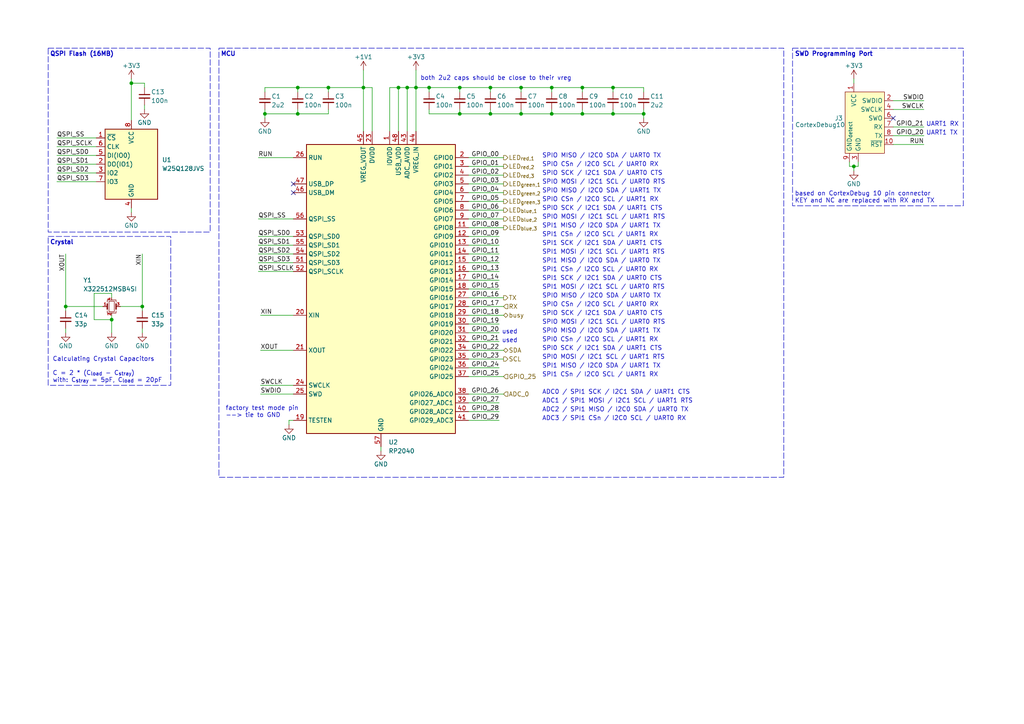
<source format=kicad_sch>
(kicad_sch (version 20231120) (generator "eeschema") (generator_version "8.0")
  (paper "A4")
  (title_block (rev "1.0"))
  (lib_symbols
    (symbol "Device:C_Small" (pin_numbers hide) (pin_names (offset 0.254) hide)
      (property "Reference" "C" (at 0.254 1.778 0))
      (property "Value" "C_Small" (at 0.254 -2.032 0))
      (symbol "C_Small_0_1"
        (polyline (pts (xy -1.524 -0.508) (xy 1.524 -0.508)) (stroke (width 0.3302)))
        (polyline (pts (xy -1.524 0.508) (xy 1.524 0.508)) (stroke (width 0.3048)))
      )
      (symbol "C_Small_1_1"
        (pin passive line (at 0 2.54 270) (length 2.032) (name "~") (number "1"))
        (pin passive line (at 0 -2.54 90) (length 2.032) (name "~") (number "2"))
      )
    )
    (symbol "Device:Crystal_GND24_Small" (pin_names (offset 1.016) hide)
      (property "Reference" "Y" (at 1.27 4.445 0))
      (property "Value" "Crystal_GND24_Small" (at 1.27 2.54 0))
      (symbol "Crystal_GND24_Small_0_1"
        (rectangle (start -0.762 -1.524) (end 0.762 1.524))
        (polyline (pts (xy -1.27 -0.762) (xy -1.27 0.762)) (stroke (width 0.381)))
        (polyline (pts (xy 1.27 -0.762) (xy 1.27 0.762)) (stroke (width 0.381)))
        (polyline (pts (xy -1.27 -1.27) (xy -1.27 -1.905) (xy 1.27 -1.905) (xy 1.27 -1.27)))
        (polyline (pts (xy -1.27 1.27) (xy -1.27 1.905) (xy 1.27 1.905) (xy 1.27 1.27)))
      )
      (symbol "Crystal_GND24_Small_1_1"
        (pin passive line (at -2.54 0 0) (length 1.27) (name "1") (number "1"))
        (pin passive line (at 0 -2.54 90) (length 0.635) (name "2") (number "2"))
        (pin passive line (at 2.54 0 180) (length 1.27) (name "3") (number "3"))
        (pin passive line (at 0 2.54 270) (length 0.635) (name "4") (number "4"))
      )
    )
    (symbol "MCU_RaspberryPi:RP2040"
      (property "Reference" "U" (at 17.78 45.72 0))
      (property "Value" "RP2040" (at 17.78 43.18 0))
      (symbol "RP2040_0_1"
        (rectangle (start -21.59 41.91) (end 21.59 -41.91) (stroke (width 0.254)) (fill (type background)))
      )
      (symbol "RP2040_1_1"
        (pin power_in line (at 2.54 45.72 270) (length 3.81) (name "IOVDD") (number "1"))
        (pin passive line (at 2.54 45.72 270) (length 3.81) hide (name "IOVDD") (number "10"))
        (pin bidirectional line (at 25.4 17.78 180) (length 3.81) (name "GPIO8") (number "11"))
        (pin bidirectional line (at 25.4 15.24 180) (length 3.81) (name "GPIO9") (number "12"))
        (pin bidirectional line (at 25.4 12.7 180) (length 3.81) (name "GPIO10") (number "13"))
        (pin bidirectional line (at 25.4 10.16 180) (length 3.81) (name "GPIO11") (number "14"))
        (pin bidirectional line (at 25.4 7.62 180) (length 3.81) (name "GPIO12") (number "15"))
        (pin bidirectional line (at 25.4 5.08 180) (length 3.81) (name "GPIO13") (number "16"))
        (pin bidirectional line (at 25.4 2.54 180) (length 3.81) (name "GPIO14") (number "17"))
        (pin bidirectional line (at 25.4 0 180) (length 3.81) (name "GPIO15") (number "18"))
        (pin input line (at -25.4 -38.1 0) (length 3.81) (name "TESTEN") (number "19"))
        (pin bidirectional line (at 25.4 38.1 180) (length 3.81) (name "GPIO0") (number "2"))
        (pin input line (at -25.4 -7.62 0) (length 3.81) (name "XIN") (number "20"))
        (pin passive line (at -25.4 -17.78 0) (length 3.81) (name "XOUT") (number "21"))
        (pin passive line (at 2.54 45.72 270) (length 3.81) hide (name "IOVDD") (number "22"))
        (pin power_in line (at -2.54 45.72 270) (length 3.81) (name "DVDD") (number "23"))
        (pin input line (at -25.4 -27.94 0) (length 3.81) (name "SWCLK") (number "24"))
        (pin bidirectional line (at -25.4 -30.48 0) (length 3.81) (name "SWD") (number "25"))
        (pin input line (at -25.4 38.1 0) (length 3.81) (name "RUN") (number "26"))
        (pin bidirectional line (at 25.4 -2.54 180) (length 3.81) (name "GPIO16") (number "27"))
        (pin bidirectional line (at 25.4 -5.08 180) (length 3.81) (name "GPIO17") (number "28"))
        (pin bidirectional line (at 25.4 -7.62 180) (length 3.81) (name "GPIO18") (number "29"))
        (pin bidirectional line (at 25.4 35.56 180) (length 3.81) (name "GPIO1") (number "3"))
        (pin bidirectional line (at 25.4 -10.16 180) (length 3.81) (name "GPIO19") (number "30"))
        (pin bidirectional line (at 25.4 -12.7 180) (length 3.81) (name "GPIO20") (number "31"))
        (pin bidirectional line (at 25.4 -15.24 180) (length 3.81) (name "GPIO21") (number "32"))
        (pin passive line (at 2.54 45.72 270) (length 3.81) hide (name "IOVDD") (number "33"))
        (pin bidirectional line (at 25.4 -17.78 180) (length 3.81) (name "GPIO22") (number "34"))
        (pin bidirectional line (at 25.4 -20.32 180) (length 3.81) (name "GPIO23") (number "35"))
        (pin bidirectional line (at 25.4 -22.86 180) (length 3.81) (name "GPIO24") (number "36"))
        (pin bidirectional line (at 25.4 -25.4 180) (length 3.81) (name "GPIO25") (number "37"))
        (pin bidirectional line (at 25.4 -30.48 180) (length 3.81) (name "GPIO26_ADC0") (number "38"))
        (pin bidirectional line (at 25.4 -33.02 180) (length 3.81) (name "GPIO27_ADC1") (number "39"))
        (pin bidirectional line (at 25.4 33.02 180) (length 3.81) (name "GPIO2") (number "4"))
        (pin bidirectional line (at 25.4 -35.56 180) (length 3.81) (name "GPIO28_ADC2") (number "40"))
        (pin bidirectional line (at 25.4 -38.1 180) (length 3.81) (name "GPIO29_ADC3") (number "41"))
        (pin passive line (at 2.54 45.72 270) (length 3.81) hide (name "IOVDD") (number "42"))
        (pin power_in line (at 7.62 45.72 270) (length 3.81) (name "ADC_AVDD") (number "43"))
        (pin power_in line (at 10.16 45.72 270) (length 3.81) (name "VREG_IN") (number "44"))
        (pin power_out line (at -5.08 45.72 270) (length 3.81) (name "VREG_VOUT") (number "45"))
        (pin bidirectional line (at -25.4 27.94 0) (length 3.81) (name "USB_DM") (number "46"))
        (pin bidirectional line (at -25.4 30.48 0) (length 3.81) (name "USB_DP") (number "47"))
        (pin power_in line (at 5.08 45.72 270) (length 3.81) (name "USB_VDD") (number "48"))
        (pin passive line (at 2.54 45.72 270) (length 3.81) hide (name "IOVDD") (number "49"))
        (pin bidirectional line (at 25.4 30.48 180) (length 3.81) (name "GPIO3") (number "5"))
        (pin passive line (at -2.54 45.72 270) (length 3.81) hide (name "DVDD") (number "50"))
        (pin bidirectional line (at -25.4 7.62 0) (length 3.81) (name "QSPI_SD3") (number "51"))
        (pin output line (at -25.4 5.08 0) (length 3.81) (name "QSPI_SCLK") (number "52"))
        (pin bidirectional line (at -25.4 15.24 0) (length 3.81) (name "QSPI_SD0") (number "53"))
        (pin bidirectional line (at -25.4 10.16 0) (length 3.81) (name "QSPI_SD2") (number "54"))
        (pin bidirectional line (at -25.4 12.7 0) (length 3.81) (name "QSPI_SD1") (number "55"))
        (pin bidirectional line (at -25.4 20.32 0) (length 3.81) (name "QSPI_SS") (number "56"))
        (pin power_in line (at 0 -45.72 90) (length 3.81) (name "GND") (number "57"))
        (pin bidirectional line (at 25.4 27.94 180) (length 3.81) (name "GPIO4") (number "6"))
        (pin bidirectional line (at 25.4 25.4 180) (length 3.81) (name "GPIO5") (number "7"))
        (pin bidirectional line (at 25.4 22.86 180) (length 3.81) (name "GPIO6") (number "8"))
        (pin bidirectional line (at 25.4 20.32 180) (length 3.81) (name "GPIO7") (number "9"))
      )
    )
    (symbol "Memory_Flash:W25Q128JVS"
      (property "Reference" "U" (at -8.89 8.89 0))
      (property "Value" "W25Q128JVS" (at 7.62 8.89 0))
      (symbol "W25Q128JVS_0_1"
        (rectangle (start -7.62 10.16) (end 7.62 -10.16) (stroke (width 0.254)) (fill (type background)))
      )
      (symbol "W25Q128JVS_1_1"
        (pin input line (at -10.16 7.62 0) (length 2.54) (name "~{CS}") (number "1"))
        (pin bidirectional line (at -10.16 0 0) (length 2.54) (name "DO(IO1)") (number "2"))
        (pin bidirectional line (at -10.16 -2.54 0) (length 2.54) (name "IO2") (number "3"))
        (pin power_in line (at 0 -12.7 90) (length 2.54) (name "GND") (number "4"))
        (pin bidirectional line (at -10.16 2.54 0) (length 2.54) (name "DI(IO0)") (number "5"))
        (pin input line (at -10.16 5.08 0) (length 2.54) (name "CLK") (number "6"))
        (pin bidirectional line (at -10.16 -5.08 0) (length 2.54) (name "IO3") (number "7"))
        (pin power_in line (at 0 12.7 270) (length 2.54) (name "VCC") (number "8"))
      )
    )
    (symbol "TimGollLib:CortexDebug10"
      (property "Reference" "J" (at 1.27 12.7 0))
      (property "Value" "CortexDebug10" (at 1.27 10.16 0))
      (symbol "CortexDebug10_1_1"
        (rectangle (start -2.54 8.89) (end 8.89 -8.89) (fill (type background)))
        (pin input line (at 0 11.43 270) (length 2.54) (name "VCC") (number "1"))
        (pin input line (at 11.43 -6.35 180) (length 2.54) (name "~{RST}") (number "10"))
        (pin input line (at 11.43 6.35 180) (length 2.54) (name "SWDIO") (number "2"))
        (pin input line (at 1.27 -11.43 90) (length 2.54) (name "GND") (number "3"))
        (pin input line (at 11.43 3.81 180) (length 2.54) (name "SWCLK") (number "4"))
        (pin input line (at 1.27 -11.43 90) (length 2.54) hide (name "GND") (number "5"))
        (pin input line (at 11.43 1.27 180) (length 2.54) (name "SWO") (number "6"))
        (pin input line (at 11.43 -1.27 180) (length 2.54) (name "RX") (number "7"))
        (pin input line (at 11.43 -3.81 180) (length 2.54) (name "TX") (number "8"))
        (pin input line (at -1.27 -11.43 90) (length 2.54) (name "GND_{detect}") (number "9"))
      )
    )
    (symbol "power:+1V1" (power) (pin_names (offset 0))
      (property "Value" "+1V1" (at 0 3.556 0))
      (symbol "+1V1_0_1"
        (polyline (pts (xy -0.762 1.27) (xy 0 2.54)))
        (polyline (pts (xy 0 0) (xy 0 2.54)))
        (polyline (pts (xy 0 2.54) (xy 0.762 1.27)))
      )
      (symbol "+1V1_1_1"
        (pin power_in line (at 0 0 90) (length 0) hide (name "+1V1") (number "1"))
      )
    )
    (symbol "power:+3V3" (power) (pin_names (offset 0))
      (property "Value" "+3V3" (at 0 3.556 0))
      (symbol "+3V3_0_1"
        (polyline (pts (xy -0.762 1.27) (xy 0 2.54)))
        (polyline (pts (xy 0 0) (xy 0 2.54)))
        (polyline (pts (xy 0 2.54) (xy 0.762 1.27)))
      )
      (symbol "+3V3_1_1"
        (pin power_in line (at 0 0 90) (length 0) hide (name "+3V3") (number "1"))
      )
    )
    (symbol "power:GND" (power) (pin_names (offset 0))
      (property "Value" "GND" (at 0 -3.81 0))
      (symbol "GND_0_1"
        (polyline (pts (xy 0 0) (xy 0 -1.27) (xy 1.27 -1.27) (xy 0 -2.54) (xy -1.27 -1.27) (xy 0 -1.27)))
      )
      (symbol "GND_1_1"
        (pin power_in line (at 0 0 270) (length 0) hide (name "GND") (number "1"))
      )
    )
  )
  (junction (at 142.24 25.4))
  (junction (at 247.65 48.26))
  (junction (at 168.91 25.4))
  (junction (at 115.57 25.4))
  (junction (at 118.11 25.4))
  (junction (at 86.36 25.4))
  (junction (at 186.69 33.02))
  (junction (at 168.91 33.02))
  (junction (at 86.36 33.02))
  (junction (at 76.835 33.02))
  (junction (at 177.8 25.4))
  (junction (at 177.8 33.02))
  (junction (at 120.65 25.4))
  (junction (at 133.35 33.02))
  (junction (at 160.02 25.4))
  (junction (at 41.275 88.9))
  (junction (at 151.13 33.02))
  (junction (at 142.24 33.02))
  (junction (at 19.05 88.9))
  (junction (at 160.02 33.02))
  (junction (at 32.385 92.71))
  (junction (at 105.41 25.4))
  (junction (at 38.1 24.13))
  (junction (at 151.13 25.4))
  (junction (at 95.25 25.4))
  (junction (at 124.46 25.4))
  (junction (at 133.35 25.4))
  (no_connect (at 85.09 53.34))
  (no_connect (at 259.08 34.29))
  (no_connect (at 85.09 55.88))
  (wire (pts (xy 168.91 33.02) (xy 177.8 33.02)))
  (wire (pts (xy 135.89 109.22) (xy 146.05 109.22)))
  (wire (pts (xy 247.65 49.53) (xy 247.65 48.26)))
  (wire (pts (xy 19.05 88.9) (xy 19.05 90.17)))
  (wire (pts (xy 32.385 85.09) (xy 32.385 86.36)))
  (wire (pts (xy 186.69 31.75) (xy 186.69 33.02)))
  (wire (pts (xy 135.89 114.3) (xy 146.05 114.3)))
  (wire (pts (xy 160.02 25.4) (xy 168.91 25.4)))
  (wire (pts (xy 247.65 48.26) (xy 246.38 48.26)))
  (wire (pts (xy 110.49 129.54) (xy 110.49 130.81)))
  (wire (pts (xy 186.69 33.02) (xy 186.69 34.29)))
  (wire (pts (xy 124.46 25.4) (xy 133.35 25.4)))
  (wire (pts (xy 34.925 88.9) (xy 41.275 88.9)))
  (wire (pts (xy 74.93 78.74) (xy 85.09 78.74)))
  (wire (pts (xy 32.385 85.09) (xy 27.305 85.09)))
  (wire (pts (xy 75.565 101.6) (xy 85.09 101.6)))
  (wire (pts (xy 135.89 60.96) (xy 146.05 60.96)))
  (wire (pts (xy 76.835 25.4) (xy 86.36 25.4)))
  (wire (pts (xy 248.92 46.99) (xy 248.92 48.26)))
  (wire (pts (xy 160.02 25.4) (xy 160.02 26.67)))
  (wire (pts (xy 16.51 45.085) (xy 27.94 45.085)))
  (wire (pts (xy 267.97 31.75) (xy 259.08 31.75)))
  (wire (pts (xy 29.845 88.9) (xy 19.05 88.9)))
  (wire (pts (xy 41.91 30.48) (xy 41.91 31.75)))
  (wire (pts (xy 248.92 48.26) (xy 247.65 48.26)))
  (wire (pts (xy 86.36 33.02) (xy 76.835 33.02)))
  (wire (pts (xy 95.25 25.4) (xy 105.41 25.4)))
  (wire (pts (xy 105.41 25.4) (xy 105.41 38.1)))
  (wire (pts (xy 151.13 31.75) (xy 151.13 33.02)))
  (wire (pts (xy 32.385 91.44) (xy 32.385 92.71)))
  (wire (pts (xy 16.51 47.625) (xy 27.94 47.625)))
  (wire (pts (xy 135.89 106.68) (xy 144.78 106.68)))
  (wire (pts (xy 135.89 45.72) (xy 146.05 45.72)))
  (wire (pts (xy 186.69 26.67) (xy 186.69 25.4)))
  (wire (pts (xy 83.82 121.92) (xy 83.82 123.19)))
  (wire (pts (xy 41.275 88.9) (xy 41.275 90.17)))
  (wire (pts (xy 16.51 52.705) (xy 27.94 52.705)))
  (wire (pts (xy 105.41 20.32) (xy 105.41 25.4)))
  (wire (pts (xy 135.89 86.36) (xy 146.05 86.36)))
  (wire (pts (xy 27.305 85.09) (xy 27.305 92.71)))
  (wire (pts (xy 135.89 121.92) (xy 144.78 121.92)))
  (wire (pts (xy 41.275 95.25) (xy 41.275 96.52)))
  (wire (pts (xy 118.11 25.4) (xy 118.11 38.1)))
  (wire (pts (xy 168.91 31.75) (xy 168.91 33.02)))
  (wire (pts (xy 124.46 25.4) (xy 124.46 26.67)))
  (wire (pts (xy 120.65 25.4) (xy 120.65 38.1)))
  (wire (pts (xy 135.89 93.98) (xy 144.78 93.98)))
  (wire (pts (xy 135.89 48.26) (xy 146.05 48.26)))
  (wire (pts (xy 135.89 55.88) (xy 146.05 55.88)))
  (wire (pts (xy 133.35 33.02) (xy 142.24 33.02)))
  (wire (pts (xy 133.35 25.4) (xy 133.35 26.67)))
  (wire (pts (xy 38.1 22.86) (xy 38.1 24.13)))
  (wire (pts (xy 120.65 25.4) (xy 124.46 25.4)))
  (wire (pts (xy 85.09 121.92) (xy 83.82 121.92)))
  (wire (pts (xy 168.91 25.4) (xy 168.91 26.67)))
  (wire (pts (xy 133.35 25.4) (xy 142.24 25.4)))
  (wire (pts (xy 142.24 25.4) (xy 142.24 26.67)))
  (wire (pts (xy 135.89 91.44) (xy 146.05 91.44)))
  (wire (pts (xy 160.02 31.75) (xy 160.02 33.02)))
  (wire (pts (xy 27.305 92.71) (xy 32.385 92.71)))
  (wire (pts (xy 267.97 29.21) (xy 259.08 29.21)))
  (wire (pts (xy 113.03 25.4) (xy 113.03 38.1)))
  (wire (pts (xy 120.65 20.32) (xy 120.65 25.4)))
  (wire (pts (xy 86.36 25.4) (xy 95.25 25.4)))
  (wire (pts (xy 38.1 60.325) (xy 38.1 61.595)))
  (wire (pts (xy 124.46 31.75) (xy 124.46 33.02)))
  (wire (pts (xy 142.24 31.75) (xy 142.24 33.02)))
  (wire (pts (xy 135.89 83.82) (xy 144.78 83.82)))
  (wire (pts (xy 142.24 33.02) (xy 151.13 33.02)))
  (wire (pts (xy 177.8 31.75) (xy 177.8 33.02)))
  (wire (pts (xy 74.93 45.72) (xy 85.09 45.72)))
  (wire (pts (xy 135.89 66.04) (xy 146.05 66.04)))
  (wire (pts (xy 118.11 25.4) (xy 120.65 25.4)))
  (wire (pts (xy 86.36 25.4) (xy 86.36 26.67)))
  (wire (pts (xy 135.89 78.74) (xy 144.78 78.74)))
  (wire (pts (xy 76.835 26.67) (xy 76.835 25.4)))
  (wire (pts (xy 16.51 50.165) (xy 27.94 50.165)))
  (wire (pts (xy 74.93 71.12) (xy 85.09 71.12)))
  (wire (pts (xy 75.565 114.3) (xy 85.09 114.3)))
  (wire (pts (xy 75.565 111.76) (xy 85.09 111.76)))
  (wire (pts (xy 16.51 42.545) (xy 27.94 42.545)))
  (wire (pts (xy 135.89 99.06) (xy 144.78 99.06)))
  (wire (pts (xy 115.57 25.4) (xy 115.57 38.1)))
  (wire (pts (xy 76.835 33.02) (xy 76.835 34.29)))
  (wire (pts (xy 133.35 31.75) (xy 133.35 33.02)))
  (wire (pts (xy 135.89 96.52) (xy 144.78 96.52)))
  (wire (pts (xy 74.93 63.5) (xy 85.09 63.5)))
  (wire (pts (xy 151.13 25.4) (xy 160.02 25.4)))
  (wire (pts (xy 177.8 25.4) (xy 177.8 26.67)))
  (wire (pts (xy 151.13 33.02) (xy 160.02 33.02)))
  (wire (pts (xy 135.89 63.5) (xy 146.05 63.5)))
  (wire (pts (xy 16.51 40.005) (xy 27.94 40.005)))
  (wire (pts (xy 259.08 39.37) (xy 267.97 39.37)))
  (wire (pts (xy 135.89 88.9) (xy 146.05 88.9)))
  (wire (pts (xy 95.25 31.75) (xy 95.25 33.02)))
  (wire (pts (xy 124.46 33.02) (xy 133.35 33.02)))
  (wire (pts (xy 135.89 68.58) (xy 144.78 68.58)))
  (wire (pts (xy 74.93 73.66) (xy 85.09 73.66)))
  (wire (pts (xy 74.93 68.58) (xy 85.09 68.58)))
  (wire (pts (xy 168.91 25.4) (xy 177.8 25.4)))
  (wire (pts (xy 32.385 92.71) (xy 32.385 96.52)))
  (wire (pts (xy 115.57 25.4) (xy 118.11 25.4)))
  (wire (pts (xy 135.89 81.28) (xy 144.78 81.28)))
  (wire (pts (xy 259.08 36.83) (xy 267.97 36.83)))
  (wire (pts (xy 135.89 119.38) (xy 144.78 119.38)))
  (wire (pts (xy 135.89 71.12) (xy 144.78 71.12)))
  (wire (pts (xy 267.97 41.91) (xy 259.08 41.91)))
  (wire (pts (xy 75.565 91.44) (xy 85.09 91.44)))
  (wire (pts (xy 151.13 25.4) (xy 151.13 26.67)))
  (wire (pts (xy 95.25 33.02) (xy 86.36 33.02)))
  (wire (pts (xy 135.89 116.84) (xy 144.78 116.84)))
  (wire (pts (xy 135.89 53.34) (xy 146.05 53.34)))
  (wire (pts (xy 38.1 34.925) (xy 38.1 24.13)))
  (wire (pts (xy 135.89 76.2) (xy 144.78 76.2)))
  (wire (pts (xy 86.36 31.75) (xy 86.36 33.02)))
  (wire (pts (xy 95.25 25.4) (xy 95.25 26.67)))
  (wire (pts (xy 107.95 25.4) (xy 107.95 38.1)))
  (wire (pts (xy 135.89 58.42) (xy 146.05 58.42)))
  (wire (pts (xy 177.8 33.02) (xy 186.69 33.02)))
  (wire (pts (xy 135.89 73.66) (xy 144.78 73.66)))
  (wire (pts (xy 135.89 101.6) (xy 146.05 101.6)))
  (wire (pts (xy 41.275 73.66) (xy 41.275 88.9)))
  (wire (pts (xy 19.05 95.25) (xy 19.05 96.52)))
  (wire (pts (xy 247.65 22.86) (xy 247.65 24.13)))
  (wire (pts (xy 177.8 25.4) (xy 186.69 25.4)))
  (wire (pts (xy 113.03 25.4) (xy 115.57 25.4)))
  (wire (pts (xy 135.89 104.14) (xy 146.05 104.14)))
  (wire (pts (xy 142.24 25.4) (xy 151.13 25.4)))
  (wire (pts (xy 74.93 76.2) (xy 85.09 76.2)))
  (wire (pts (xy 19.05 73.66) (xy 19.05 88.9)))
  (wire (pts (xy 246.38 48.26) (xy 246.38 46.99)))
  (wire (pts (xy 38.1 24.13) (xy 41.91 24.13)))
  (wire (pts (xy 105.41 25.4) (xy 107.95 25.4)))
  (wire (pts (xy 76.835 31.75) (xy 76.835 33.02)))
  (wire (pts (xy 160.02 33.02) (xy 168.91 33.02)))
  (wire (pts (xy 135.89 50.8) (xy 146.05 50.8)))
  (wire (pts (xy 41.91 24.13) (xy 41.91 25.4)))
  (rectangle (start 229.87 13.97) (end 279.4 59.69) (stroke (width 0) (type dash)))
  (rectangle (start 13.97 68.58) (end 49.53 111.76) (stroke (width 0) (type dash)))
  (rectangle (start 63.5 13.97) (end 227.33 138.43) (stroke (width 0) (type dash)))
  (rectangle (start 13.97 13.97) (end 60.96 67.31) (stroke (width 0) (type dash)))
  (text "SPI1 SCK / I2C1 SDA / UART0 CTS" (at 157.226 81.534 0) (effects (font (size 1.27 1.27)) (justify left bottom)))
  (text "SPIO CSn / I2C0 SCL / UART1 RX" (at 157.226 58.674 0) (effects (font (size 1.27 1.27)) (justify left bottom)))
  (text "SPI1 MISO / I2C0 SDA / UART1 TX" (at 157.226 66.294 0) (effects (font (size 1.27 1.27)) (justify left bottom)))
  (text "SPI1 CSn / I2C0 SCL / UART0 RX" (at 157.226 78.994 0) (effects (font (size 1.27 1.27)) (justify left bottom)))
  (text "SPI0 SCK / I2C1 SDA / UART1 CTS" (at 157.226 101.854 0) (effects (font (size 1.27 1.27)) (justify left bottom)))
  (text "SPI0 MOSI / I2C1 SCL / UART1 RTS" (at 157.226 104.394 0) (effects (font (size 1.27 1.27)) (justify left bottom)))
  (text "SPIO MOSI / I2C1 SCL / UART1 RTS" (at 157.226 63.754 0) (effects (font (size 1.27 1.27)) (justify left bottom)))
  (text "SPIO CSn / I2C0 SCL / UART0 RX" (at 157.226 48.514 0) (effects (font (size 1.27 1.27)) (justify left bottom)))
  (text "SPI1 SCK / I2C1 SDA / UART1 CTS" (at 157.226 71.374 0) (effects (font (size 1.27 1.27)) (justify left bottom)))
  (text "SPIO MOSI / I2C1 SCL / UART0 RTS" (at 157.226 53.594 0) (effects (font (size 1.27 1.27)) (justify left bottom)))
  (text "SPI1 MISO / I2C0 SDA / UART1 TX" (at 157.226 106.934 0) (effects (font (size 1.27 1.27)) (justify left bottom)))
  (text "SPIO SCK / I2C1 SDA / UART0 CTS" (at 157.226 51.054 0) (effects (font (size 1.27 1.27)) (justify left bottom)))
  (text "ADC3 / SPI1 CSn / I2C0 SCL / UART0 RX" (at 157.226 122.174 0) (effects (font (size 1.27 1.27)) (justify left bottom)))
  (text "SPIO MOSI / I2C1 SCL / UART0 RTS" (at 157.226 94.234 0) (effects (font (size 1.27 1.27)) (justify left bottom)))
  (text "SPI1 MOSI / I2C1 SCL / UART0 RTS " (at 157.226 84.074 0) (effects (font (size 1.27 1.27)) (justify left bottom)))
  (text "SPI1 CSn / I2C0 SCL / UART1 RX" (at 157.226 109.474 0) (effects (font (size 1.27 1.27)) (justify left bottom)))
  (text "ADC0 / SPI1 SCK / I2C1 SDA / UART1 CTS" (at 157.226 114.554 0) (effects (font (size 1.27 1.27)) (justify left bottom)))
  (text "SPI0 MISO / I2C0 SDA / UART1 TX" (at 157.226 96.774 0) (effects (font (size 1.27 1.27)) (justify left bottom)))
  (text "based on CortexDebug 10 pin connector\nKEY and NC are replaced with RX and TX" (at 230.505 59.055 0) (effects (font (size 1.27 1.27)) (justify left bottom)))
  (text "UART1 RX" (at 268.605 36.83 0) (effects (font (size 1.27 1.27)) (justify left bottom)))
  (text "SWD Programming Port" (at 230.505 16.51 0) (effects (font (size 1.27 1.27) (thickness 0.254) (bold yes)) (justify left bottom)))
  (text "SPI1 MOSI / I2C1 SCL / UART1 RTS" (at 157.226 73.914 0) (effects (font (size 1.27 1.27)) (justify left bottom)))
  (text "Crystal" (at 14.478 71.12 0) (effects (font (size 1.27 1.27) (thickness 0.254) (bold yes)) (justify left bottom)))
  (text "SPIO SCK / I2C1 SDA / UART1 CTS" (at 157.226 61.214 0) (effects (font (size 1.27 1.27)) (justify left bottom)))
  (text "SPI1 MISO / I2C0 SDA / UART0 TX" (at 157.226 76.454 0) (effects (font (size 1.27 1.27)) (justify left bottom)))
  (text "Calculating Crystal Capacitors\n\nC = 2 * (C_{load} - C_{stray})\nwith: C_{stray} = 5pF, C_{load} = 20pF" (at 15.24 111.125 0) (effects (font (size 1.27 1.27)) (justify left bottom)))
  (text "SPIO MISO / I2C0 SDA / UART0 TX" (at 157.226 45.974 0) (effects (font (size 1.27 1.27)) (justify left bottom)))
  (text "used" (at 145.542 99.568 0) (effects (font (size 1.27 1.27)) (justify left bottom)))
  (text "SPIO MISO / I2C0 SDA / UART1 TX" (at 157.226 56.134 0) (effects (font (size 1.27 1.27)) (justify left bottom)))
  (text "factory test mode pin\n--> tie to GND" (at 65.405 121.285 0) (effects (font (size 1.27 1.27)) (justify left bottom)))
  (text "used" (at 145.542 97.028 0) (effects (font (size 1.27 1.27)) (justify left bottom)))
  (text "QSPI Flash (16MB)" (at 14.478 16.51 0) (effects (font (size 1.27 1.27) (thickness 0.254) (bold yes)) (justify left bottom)))
  (text "SPIO MISO / I2C0 SDA / UART0 TX" (at 157.226 86.614 0) (effects (font (size 1.27 1.27)) (justify left bottom)))
  (text "both 2u2 caps should be close to their vreg" (at 121.92 23.495 0) (effects (font (size 1.27 1.27)) (justify left bottom)))
  (text "SPIO SCK / I2C1 SDA / UART0 CTS" (at 157.226 91.694 0) (effects (font (size 1.27 1.27)) (justify left bottom)))
  (text "UART1 TX" (at 268.605 39.37 0) (effects (font (size 1.27 1.27)) (justify left bottom)))
  (text "SPIO CSn / I2C0 SCL / UART0 RX" (at 157.226 89.154 0) (effects (font (size 1.27 1.27)) (justify left bottom)))
  (text "ADC2 / SPI1 MISO / I2C0 SDA / UART0 TX" (at 157.226 119.634 0) (effects (font (size 1.27 1.27)) (justify left bottom)))
  (text "SPI0 CSn / I2C0 SCL / UART1 RX" (at 157.226 99.314 0) (effects (font (size 1.27 1.27)) (justify left bottom)))
  (text "MCU" (at 64.008 16.51 0) (effects (font (size 1.27 1.27) (thickness 0.254) (bold yes)) (justify left bottom)))
  (text "SPI1 CSn / I2C0 SCL / UART1 RX" (at 157.226 68.834 0) (effects (font (size 1.27 1.27)) (justify left bottom)))
  (text "ADC1 / SPI1 MOSI / I2C1 SCL / UART1 RTS" (at 157.226 117.094 0) (effects (font (size 1.27 1.27)) (justify left bottom)))
  (label "GPIO_06" (at 144.78 60.96 180))
  (label "GPIO_21" (at 144.78 99.06 180))
  (label "GPIO_17" (at 144.78 88.9 180))
  (label "GPIO_23" (at 144.78 104.14 180))
  (label "GPIO_03" (at 144.78 53.34 180))
  (label "GPIO_28" (at 144.78 119.38 180))
  (label "GPIO_07" (at 144.78 63.5 180))
  (label "QSPI_SCLK" (at 16.51 42.545 0))
  (label "QSPI_SD3" (at 16.51 52.705 0))
  (label "SWCLK" (at 75.565 111.76 0))
  (label "GPIO_01" (at 144.78 48.26 180))
  (label "GPIO_26" (at 144.78 114.3 180))
  (label "GPIO_16" (at 144.78 86.36 180))
  (label "QSPI_SD2" (at 74.93 73.66 0))
  (label "GPIO_12" (at 144.78 76.2 180))
  (label "XIN" (at 75.565 91.44 0))
  (label "RUN" (at 267.97 41.91 180))
  (label "GPIO_20" (at 267.97 39.37 180))
  (label "GPIO_13" (at 144.78 78.74 180))
  (label "XOUT" (at 75.565 101.6 0))
  (label "GPIO_02" (at 144.78 50.8 180))
  (label "GPIO_20" (at 144.78 96.52 180))
  (label "GPIO_08" (at 144.78 66.04 180))
  (label "GPIO_04" (at 144.78 55.88 180))
  (label "GPIO_25" (at 144.78 109.22 180))
  (label "QSPI_SD3" (at 74.93 76.2 0))
  (label "QSPI_SCLK" (at 74.93 78.74 0))
  (label "SWDIO" (at 75.565 114.3 0))
  (label "QSPI_SD2" (at 16.51 50.165 0))
  (label "GPIO_09" (at 144.78 68.58 180))
  (label "XOUT" (at 19.05 73.66 270))
  (label "QSPI_SS" (at 74.93 63.5 0))
  (label "QSPI_SD0" (at 16.51 45.085 0))
  (label "GPIO_05" (at 144.78 58.42 180))
  (label "GPIO_10" (at 144.78 71.12 180))
  (label "QSPI_SD1" (at 16.51 47.625 0))
  (label "GPIO_29" (at 144.78 121.92 180))
  (label "GPIO_19" (at 144.78 93.98 180))
  (label "GPIO_24" (at 144.78 106.68 180))
  (label "SWCLK" (at 267.97 31.75 180))
  (label "XIN" (at 41.275 73.66 270))
  (label "SWDIO" (at 267.97 29.21 180))
  (label "GPIO_00" (at 144.78 45.72 180))
  (label "RUN" (at 74.93 45.72 0))
  (label "GPIO_15" (at 144.78 83.82 180))
  (label "GPIO_22" (at 144.78 101.6 180))
  (label "QSPI_SS" (at 16.51 40.005 0))
  (label "GPIO_21" (at 267.97 36.83 180))
  (label "QSPI_SD1" (at 74.93 71.12 0))
  (label "QSPI_SD0" (at 74.93 68.58 0))
  (label "GPIO_11" (at 144.78 73.66 180))
  (label "GPIO_18" (at 144.78 91.44 180))
  (label "GPIO_27" (at 144.78 116.84 180))
  (label "GPIO_14" (at 144.78 81.28 180))
  (hierarchical_label "LED_{red,2}" (shape output) (at 146.05 48.26 0))
  (hierarchical_label "LED_{green,3}" (shape output) (at 146.05 58.42 0))
  (hierarchical_label "LED_{green,2}" (shape output) (at 146.05 55.88 0))
  (hierarchical_label "GPIO_25" (shape input) (at 146.05 109.22 0))
  (hierarchical_label "LED_{blue,1}" (shape output) (at 146.05 60.96 0))
  (hierarchical_label "TX" (shape output) (at 146.05 86.36 0))
  (hierarchical_label "LED_{blue,3}" (shape output) (at 146.05 66.04 0))
  (hierarchical_label "LED_{red,1}" (shape output) (at 146.05 45.72 0))
  (hierarchical_label "SCL" (shape output) (at 146.05 104.14 0))
  (hierarchical_label "ADC_0" (shape input) (at 146.05 114.3 0))
  (hierarchical_label "LED_{red,3}" (shape output) (at 146.05 50.8 0))
  (hierarchical_label "busy" (shape bidirectional) (at 146.05 91.44 0))
  (hierarchical_label "RX" (shape input) (at 146.05 88.9 0))
  (hierarchical_label "SDA" (shape bidirectional) (at 146.05 101.6 0))
  (hierarchical_label "LED_{green,1}" (shape output) (at 146.05 53.34 0))
  (hierarchical_label "LED_{blue,2}" (shape output) (at 146.05 63.5 0))
  (symbol (lib_id "Device:C_Small") (at 41.275 92.71 0) (unit 1)
    (property "Reference" "C15" (at 43.815 91.44 0) (effects (justify left)))
    (property "Value" "33p" (at 43.815 93.98 0) (effects (justify left)))
    (property "Footprint" "Capacitor_SMD:C_0402_1005Metric" (effects (hide yes)))
    (property "LCSC Part #" "C1562" (effects (hide yes)))
    (property "extended" "no" (effects (hide yes)))
  )
  (symbol (lib_id "TimGollLib:CortexDebug10") (at 247.65 35.56 0) (unit 1)
    (property "Reference" "J3" (at 244.475 34.29 0) (effects (justify right)))
    (property "Value" "CortexDebug10" (at 245.11 36.195 0) (effects (justify right)))
    (property "Footprint" "#TimGollLib:FTSH-105-01-F-DV-K" (effects (hide yes)))
    (property "Datasheet" "https://developer.arm.com/documentation/101416/0100/Hardware-Description/Target-Interfaces/Cortex-Debug--10-pin-" (effects (hide yes)))
    (property "LCSC Part #" "C3975188" (effects (hide yes)))
    (property "extended" "yes" (effects (hide yes)))
  )
  (symbol (lib_id "MCU_RaspberryPi:RP2040") (at 110.49 83.82 0) (unit 1)
    (property "Reference" "U2" (at 112.6841 128.27 0) (effects (justify left)))
    (property "Value" "RP2040" (at 112.6841 130.81 0) (effects (justify left)))
    (property "Footprint" "Package_DFN_QFN:QFN-56-1EP_7x7mm_P0.4mm_EP3.2x3.2mm" (effects (hide yes)))
    (property "Datasheet" "https://datasheets.raspberrypi.com/rp2040/rp2040-datasheet.pdf" (effects (hide yes)))
    (property "LCSC Part #" "C2040" (effects (hide yes)))
    (property "extended" "yes" (effects (hide yes)))
  )
  (symbol (lib_id "power:+1V1") (at 105.41 20.32 0) (unit 1)
    (property "Reference" "#PWR02" (effects (hide yes)))
    (property "Value" "+1V1" (at 105.41 16.51 0))
  )
  (symbol (lib_id "power:+3V3") (at 247.65 22.86 0) (unit 1)
    (property "Reference" "#PWR016" (effects (hide yes)))
    (property "Value" "+3V3" (at 247.65 19.05 0))
  )
  (symbol (lib_id "power:GND") (at 38.1 61.595 0) (unit 1)
    (property "Reference" "#PWR017" (effects (hide yes)))
    (property "Value" "GND" (at 38.1 65.405 0))
  )
  (symbol (lib_id "Device:C_Small") (at 41.91 27.94 0) (unit 1)
    (property "Reference" "C13" (at 43.815 26.67 0) (effects (justify left)))
    (property "Value" "100n" (at 43.815 29.21 0) (effects (justify left)))
    (property "Footprint" "Capacitor_SMD:C_0402_1005Metric" (effects (hide yes)))
    (property "LCSC Part #" "C1525" (effects (hide yes)))
    (property "extended" "no" (effects (hide yes)))
  )
  (symbol (lib_id "power:GND") (at 247.65 49.53 0) (unit 1)
    (property "Reference" "#PWR018" (effects (hide yes)))
    (property "Value" "GND" (at 247.65 53.34 0))
  )
  (symbol (lib_id "Device:C_Small") (at 133.35 29.21 0) (unit 1)
    (property "Reference" "C5" (at 135.255 27.94 0) (effects (justify left)))
    (property "Value" "100n" (at 135.255 30.48 0) (effects (justify left)))
    (property "Footprint" "Capacitor_SMD:C_0402_1005Metric" (effects (hide yes)))
    (property "LCSC Part #" "C1525" (effects (hide yes)))
    (property "extended" "no" (effects (hide yes)))
  )
  (symbol (lib_id "Device:C_Small") (at 76.835 29.21 0) (unit 1)
    (property "Reference" "C1" (at 78.74 27.94 0) (effects (justify left)))
    (property "Value" "2u2" (at 78.74 30.48 0) (effects (justify left)))
    (property "Footprint" "Capacitor_SMD:C_0603_1608Metric" (effects (hide yes)))
    (property "LCSC Part #" "C23630" (effects (hide yes)))
    (property "extended" "no" (effects (hide yes)))
  )
  (symbol (lib_id "Device:C_Small") (at 142.24 29.21 0) (unit 1)
    (property "Reference" "C6" (at 144.145 27.94 0) (effects (justify left)))
    (property "Value" "100n" (at 144.145 30.48 0) (effects (justify left)))
    (property "Footprint" "Capacitor_SMD:C_0402_1005Metric" (effects (hide yes)))
    (property "LCSC Part #" "C1525" (effects (hide yes)))
    (property "extended" "no" (effects (hide yes)))
  )
  (symbol (lib_id "power:GND") (at 110.49 130.81 0) (unit 1)
    (property "Reference" "#PWR023" (effects (hide yes)))
    (property "Value" "GND" (at 110.49 134.62 0))
  )
  (symbol (lib_id "Device:C_Small") (at 151.13 29.21 0) (unit 1)
    (property "Reference" "C7" (at 153.035 27.94 0) (effects (justify left)))
    (property "Value" "100n" (at 153.035 30.48 0) (effects (justify left)))
    (property "Footprint" "Capacitor_SMD:C_0402_1005Metric" (effects (hide yes)))
    (property "LCSC Part #" "C1525" (effects (hide yes)))
    (property "extended" "no" (effects (hide yes)))
  )
  (symbol (lib_id "Device:Crystal_GND24_Small") (at 32.385 88.9 0) (unit 1)
    (property "Reference" "Y1" (at 24.13 81.28 0) (effects (justify left)))
    (property "Value" "X322512MSB4SI" (at 24.13 83.82 0) (effects (justify left)))
    (property "Footprint" "Crystal:Crystal_SMD_3225-4Pin_3.2x2.5mm" (effects (hide yes)))
    (property "LCSC Part #" "C9002" (effects (hide yes)))
    (property "extended" "no" (effects (hide yes)))
  )
  (symbol (lib_id "power:+3V3") (at 38.1 22.86 0) (unit 1)
    (property "Reference" "#PWR013" (effects (hide yes)))
    (property "Value" "+3V3" (at 38.1 19.05 0))
  )
  (symbol (lib_id "Device:C_Small") (at 95.25 29.21 0) (unit 1)
    (property "Reference" "C3" (at 97.155 27.94 0) (effects (justify left)))
    (property "Value" "100n" (at 97.155 30.48 0) (effects (justify left)))
    (property "Footprint" "Capacitor_SMD:C_0402_1005Metric" (effects (hide yes)))
    (property "LCSC Part #" "C1525" (effects (hide yes)))
    (property "extended" "no" (effects (hide yes)))
  )
  (symbol (lib_id "power:GND") (at 76.835 34.29 0) (unit 1)
    (property "Reference" "#PWR06" (effects (hide yes)))
    (property "Value" "GND" (at 76.835 38.1 0))
  )
  (symbol (lib_id "power:GND") (at 83.82 123.19 0) (unit 1)
    (property "Reference" "#PWR019" (effects (hide yes)))
    (property "Value" "GND" (at 83.82 127 0))
  )
  (symbol (lib_id "power:GND") (at 41.275 96.52 0) (unit 1)
    (property "Reference" "#PWR022" (effects (hide yes)))
    (property "Value" "GND" (at 41.275 100.33 0))
  )
  (symbol (lib_id "power:GND") (at 19.05 96.52 0) (unit 1)
    (property "Reference" "#PWR020" (effects (hide yes)))
    (property "Value" "GND" (at 19.05 100.33 0))
  )
  (symbol (lib_id "Memory_Flash:W25Q128JVS") (at 38.1 47.625 0) (unit 1)
    (property "Reference" "U1" (at 46.99 46.355 0) (effects (justify left)))
    (property "Value" "W25Q128JVS" (at 46.99 48.895 0) (effects (justify left)))
    (property "Footprint" "Package_SO:SOIC-8_5.275x5.275mm_P1.27mm" (effects (hide yes)))
    (property "Datasheet" "http://www.winbond.com/resource-files/w25q128jv_dtr%20revc%2003272018%20plus.pdf" (effects (hide yes)))
    (property "LCSC Part #" "C97521" (effects (hide yes)))
    (property "extended" "no" (effects (hide yes)))
  )
  (symbol (lib_id "Device:C_Small") (at 177.8 29.21 0) (unit 1)
    (property "Reference" "C10" (at 179.705 27.94 0) (effects (justify left)))
    (property "Value" "100n" (at 179.705 30.48 0) (effects (justify left)))
    (property "Footprint" "Capacitor_SMD:C_0402_1005Metric" (effects (hide yes)))
    (property "LCSC Part #" "C1525" (effects (hide yes)))
    (property "extended" "no" (effects (hide yes)))
  )
  (symbol (lib_id "Device:C_Small") (at 168.91 29.21 0) (unit 1)
    (property "Reference" "C9" (at 170.815 27.94 0) (effects (justify left)))
    (property "Value" "100n" (at 170.815 30.48 0) (effects (justify left)))
    (property "Footprint" "Capacitor_SMD:C_0402_1005Metric" (effects (hide yes)))
    (property "LCSC Part #" "C1525" (effects (hide yes)))
    (property "extended" "no" (effects (hide yes)))
  )
  (symbol (lib_id "Device:C_Small") (at 19.05 92.71 0) (unit 1)
    (property "Reference" "C14" (at 21.59 91.44 0) (effects (justify left)))
    (property "Value" "33p" (at 21.59 93.98 0) (effects (justify left)))
    (property "Footprint" "Capacitor_SMD:C_0402_1005Metric" (effects (hide yes)))
    (property "LCSC Part #" "C1562" (effects (hide yes)))
    (property "extended" "no" (effects (hide yes)))
  )
  (symbol (lib_id "Device:C_Small") (at 86.36 29.21 0) (unit 1)
    (property "Reference" "C2" (at 88.265 27.94 0) (effects (justify left)))
    (property "Value" "100n" (at 88.265 30.48 0) (effects (justify left)))
    (property "Footprint" "Capacitor_SMD:C_0402_1005Metric" (effects (hide yes)))
    (property "LCSC Part #" "C1525" (effects (hide yes)))
    (property "extended" "no" (effects (hide yes)))
  )
  (symbol (lib_id "Device:C_Small") (at 124.46 29.21 0) (unit 1)
    (property "Reference" "C4" (at 126.365 27.94 0) (effects (justify left)))
    (property "Value" "100n" (at 126.365 30.48 0) (effects (justify left)))
    (property "Footprint" "Capacitor_SMD:C_0402_1005Metric" (effects (hide yes)))
    (property "LCSC Part #" "C1525" (effects (hide yes)))
    (property "extended" "no" (effects (hide yes)))
  )
  (symbol (lib_id "power:GND") (at 41.91 31.75 0) (unit 1)
    (property "Reference" "#PWR015" (effects (hide yes)))
    (property "Value" "GND" (at 41.91 35.56 0))
  )
  (symbol (lib_id "Device:C_Small") (at 160.02 29.21 0) (unit 1)
    (property "Reference" "C8" (at 161.925 27.94 0) (effects (justify left)))
    (property "Value" "100n" (at 161.925 30.48 0) (effects (justify left)))
    (property "Footprint" "Capacitor_SMD:C_0402_1005Metric" (effects (hide yes)))
    (property "LCSC Part #" "C1525" (effects (hide yes)))
    (property "extended" "no" (effects (hide yes)))
  )
  (symbol (lib_id "power:+3V3") (at 120.65 20.32 0) (unit 1)
    (property "Reference" "#PWR03" (effects (hide yes)))
    (property "Value" "+3V3" (at 120.65 16.51 0))
  )
  (symbol (lib_id "Device:C_Small") (at 186.69 29.21 0) (unit 1)
    (property "Reference" "C11" (at 188.595 27.94 0) (effects (justify left)))
    (property "Value" "2u2" (at 188.595 30.48 0) (effects (justify left)))
    (property "Footprint" "Capacitor_SMD:C_0603_1608Metric" (effects (hide yes)))
    (property "LCSC Part #" "C23630" (effects (hide yes)))
    (property "extended" "no" (effects (hide yes)))
  )
  (symbol (lib_id "power:GND") (at 186.69 34.29 0) (unit 1)
    (property "Reference" "#PWR07" (effects (hide yes)))
    (property "Value" "GND" (at 186.69 38.1 0))
  )
  (symbol (lib_id "power:GND") (at 32.385 96.52 0) (unit 1)
    (property "Reference" "#PWR021" (effects (hide yes)))
    (property "Value" "GND" (at 32.385 100.33 0))
  )
)
</source>
